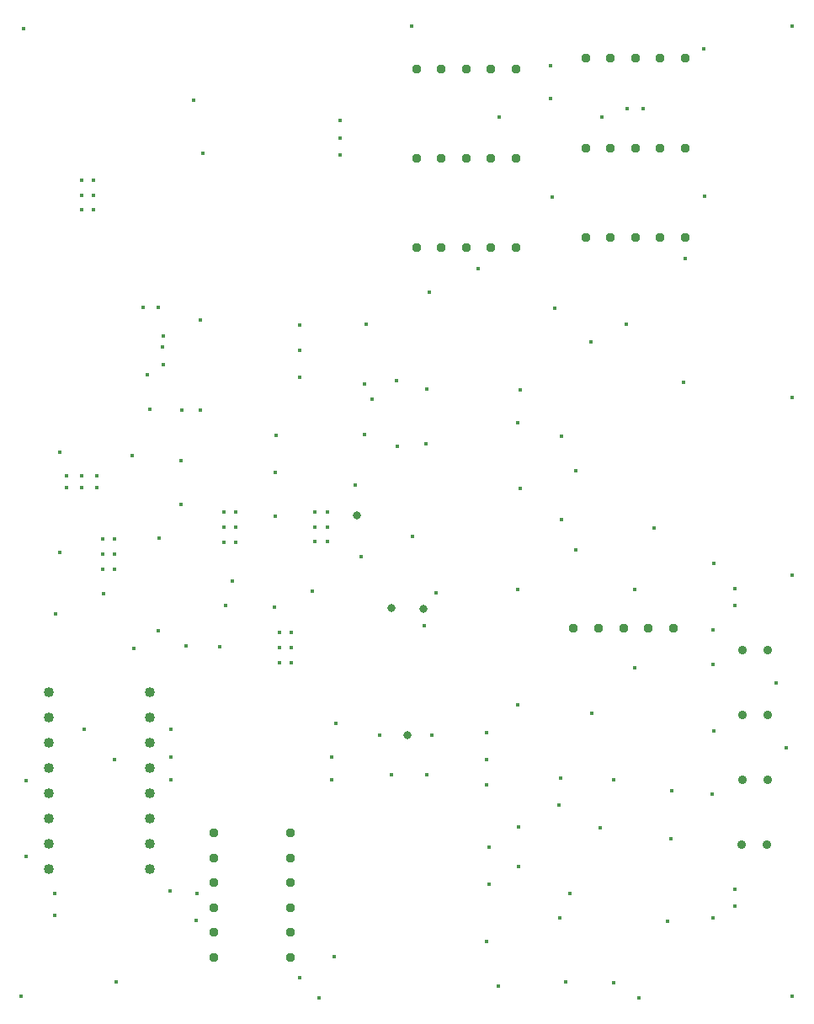
<source format=gbr>
%TF.GenerationSoftware,KiCad,Pcbnew,(6.0.8)*%
%TF.CreationDate,2023-12-15T22:11:49-05:00*%
%TF.ProjectId,main_pcb,6d61696e-5f70-4636-922e-6b696361645f,rev?*%
%TF.SameCoordinates,Original*%
%TF.FileFunction,Plated,1,2,PTH,Drill*%
%TF.FilePolarity,Positive*%
%FSLAX46Y46*%
G04 Gerber Fmt 4.6, Leading zero omitted, Abs format (unit mm)*
G04 Created by KiCad (PCBNEW (6.0.8)) date 2023-12-15 22:11:49*
%MOMM*%
%LPD*%
G01*
G04 APERTURE LIST*
%TA.AperFunction,ViaDrill*%
%ADD10C,0.400000*%
%TD*%
%TA.AperFunction,ViaDrill*%
%ADD11C,0.800000*%
%TD*%
%TA.AperFunction,ComponentDrill*%
%ADD12C,0.900000*%
%TD*%
%TA.AperFunction,ComponentDrill*%
%ADD13C,0.950000*%
%TD*%
%TA.AperFunction,ComponentDrill*%
%ADD14C,1.020000*%
%TD*%
G04 APERTURE END LIST*
D10*
X51250000Y-148750000D03*
X51500000Y-51500000D03*
X51700000Y-127100000D03*
X51700000Y-134700000D03*
X54600000Y-138400000D03*
X54600000Y-140600000D03*
X54700000Y-110300000D03*
X55100000Y-94100000D03*
X55100000Y-104100000D03*
X55800000Y-96400000D03*
X55800000Y-97600000D03*
X57300000Y-66700000D03*
X57300000Y-68200000D03*
X57300000Y-69700000D03*
X57300000Y-96400000D03*
X57300000Y-97600000D03*
X57600000Y-121900000D03*
X58500000Y-66700000D03*
X58500000Y-68200000D03*
X58500000Y-69700000D03*
X58800000Y-96400000D03*
X58800000Y-97600000D03*
X59400000Y-102800000D03*
X59400000Y-104300000D03*
X59400000Y-105800000D03*
X59500000Y-108300000D03*
X60600000Y-102800000D03*
X60600000Y-104300000D03*
X60600000Y-105800000D03*
X60600000Y-125000000D03*
X60800000Y-147300000D03*
X62400000Y-94400000D03*
X62600000Y-113800000D03*
X63500000Y-79500000D03*
X63892000Y-86262500D03*
X64150000Y-89750000D03*
X65000000Y-79500000D03*
X65000000Y-112000000D03*
X65100000Y-102700000D03*
X65400000Y-83500000D03*
X65500000Y-82381000D03*
X65543000Y-85243000D03*
X66200000Y-138150000D03*
X66250000Y-124750000D03*
X66250000Y-127000000D03*
X66300000Y-121900000D03*
X67300000Y-99300000D03*
X67310000Y-94869000D03*
X67375000Y-89850000D03*
X67818000Y-113538000D03*
X68600000Y-58700000D03*
X68850000Y-141100000D03*
X68950000Y-138400000D03*
X69212500Y-80800000D03*
X69212500Y-89841500D03*
X69500000Y-64000000D03*
X71200000Y-113600000D03*
X71600000Y-100100000D03*
X71600000Y-101600000D03*
X71600000Y-103100000D03*
X71750000Y-109500000D03*
X72500000Y-107000000D03*
X72800000Y-100100000D03*
X72800000Y-101600000D03*
X72800000Y-103100000D03*
X76700000Y-109600000D03*
X76800000Y-96100000D03*
X76800000Y-100500000D03*
X76900000Y-92400000D03*
X77200000Y-112200000D03*
X77200000Y-113700000D03*
X77200000Y-115200000D03*
X78400000Y-112200000D03*
X78400000Y-113700000D03*
X78400000Y-115200000D03*
X79200000Y-81250000D03*
X79200000Y-83800000D03*
X79200000Y-86500000D03*
X79200000Y-146900000D03*
X80500000Y-108000000D03*
X80800000Y-100070000D03*
X80800000Y-101570000D03*
X80800000Y-103070000D03*
X81200000Y-148900000D03*
X82000000Y-100070000D03*
X82000000Y-101570000D03*
X82000000Y-103070000D03*
X82500000Y-124750000D03*
X82500000Y-127000000D03*
X82700000Y-144800000D03*
X82900000Y-121300000D03*
X83300000Y-60700000D03*
X83300000Y-62500000D03*
X83300000Y-64200000D03*
X84800000Y-97400000D03*
X85400000Y-104600000D03*
X85750000Y-92250000D03*
X85800000Y-87200000D03*
X85900000Y-81200000D03*
X86492500Y-88700000D03*
X87300000Y-122500000D03*
X88500000Y-126500000D03*
X89000000Y-86900000D03*
X89100000Y-93500000D03*
X90500000Y-51250000D03*
X90600000Y-102500000D03*
X91750000Y-111500000D03*
X91900000Y-93200000D03*
X92000000Y-87700000D03*
X92000000Y-126500000D03*
X92300000Y-78000000D03*
X92500000Y-122500000D03*
X93000000Y-108200000D03*
X97200000Y-75600000D03*
X98000000Y-122250000D03*
X98000000Y-125000000D03*
X98000000Y-127500000D03*
X98000000Y-143250000D03*
X98250000Y-133750000D03*
X98250000Y-137500000D03*
X99250000Y-147750000D03*
X99350000Y-60400000D03*
X101200000Y-91100000D03*
X101200000Y-107900000D03*
X101200000Y-119500000D03*
X101250000Y-131750000D03*
X101250000Y-135750000D03*
X101400000Y-87800000D03*
X101400000Y-97700000D03*
X104500000Y-55200000D03*
X104500000Y-58500000D03*
X104600000Y-68400000D03*
X104900000Y-79600000D03*
X105283000Y-129540000D03*
X105400000Y-140900000D03*
X105500000Y-126800000D03*
X105537000Y-92456000D03*
X105537000Y-100838000D03*
X106000000Y-147300000D03*
X106426000Y-138430000D03*
X107000000Y-95900000D03*
X107000000Y-103900000D03*
X108500000Y-83000000D03*
X108600000Y-120300000D03*
X109474000Y-131826000D03*
X109650000Y-60400000D03*
X110800000Y-127000000D03*
X110800000Y-147400000D03*
X112100000Y-81200000D03*
X112200000Y-59500000D03*
X112900000Y-107900000D03*
X112900000Y-115700000D03*
X113400000Y-148900000D03*
X113800000Y-59500000D03*
X114900000Y-101700000D03*
X116250000Y-141250000D03*
X116600000Y-132900000D03*
X116700000Y-128100000D03*
X117850000Y-87000000D03*
X118000000Y-74550000D03*
X119900000Y-53500000D03*
X120000000Y-68300000D03*
X120700000Y-128400000D03*
X120800000Y-111900000D03*
X120800000Y-115400000D03*
X120800000Y-140900000D03*
X120900000Y-105200000D03*
X120900000Y-122100000D03*
X123000000Y-107800000D03*
X123000000Y-109500000D03*
X123000000Y-138000000D03*
X123000000Y-139700000D03*
X127127000Y-117221000D03*
X128200000Y-123800000D03*
X128750000Y-51250000D03*
X128750000Y-148750000D03*
X128800000Y-88600000D03*
X128800000Y-106400000D03*
D11*
X85000000Y-100406001D03*
X88500000Y-109750000D03*
X90100000Y-122550000D03*
X91700000Y-109800000D03*
D12*
%TO.C,D5*%
X123710000Y-133500000D03*
%TO.C,D8*%
X123735000Y-114000000D03*
%TO.C,D7*%
X123735000Y-120500000D03*
%TO.C,D6*%
X123735000Y-127000000D03*
%TO.C,D5*%
X126250000Y-133500000D03*
%TO.C,D8*%
X126275000Y-114000000D03*
%TO.C,D7*%
X126275000Y-120500000D03*
%TO.C,D6*%
X126275000Y-127000000D03*
D13*
%TO.C,J10*%
X70612000Y-132334000D03*
X70612000Y-134834000D03*
X70612000Y-137334000D03*
X70612000Y-139834000D03*
X70612000Y-142334000D03*
X70612000Y-144834000D03*
%TO.C,J8*%
X78299800Y-132332400D03*
X78299800Y-134832400D03*
X78299800Y-137332400D03*
X78299800Y-139832400D03*
X78299800Y-142332400D03*
X78299800Y-144832400D03*
%TO.C,J6*%
X91000000Y-55525000D03*
%TO.C,J5*%
X91000000Y-64525000D03*
%TO.C,J4*%
X91000000Y-73525000D03*
%TO.C,J6*%
X93500000Y-55525000D03*
%TO.C,J5*%
X93500000Y-64525000D03*
%TO.C,J4*%
X93500000Y-73525000D03*
%TO.C,J6*%
X96000000Y-55525000D03*
%TO.C,J5*%
X96000000Y-64525000D03*
%TO.C,J4*%
X96000000Y-73525000D03*
%TO.C,J6*%
X98500000Y-55525000D03*
%TO.C,J5*%
X98500000Y-64525000D03*
%TO.C,J4*%
X98500000Y-73525000D03*
%TO.C,J6*%
X101000000Y-55525000D03*
%TO.C,J5*%
X101000000Y-64525000D03*
%TO.C,J4*%
X101000000Y-73525000D03*
%TO.C,J7*%
X106800000Y-111760000D03*
%TO.C,J1*%
X108000000Y-54475000D03*
%TO.C,J2*%
X108000000Y-63475000D03*
%TO.C,J3*%
X108000000Y-72475000D03*
%TO.C,J7*%
X109300000Y-111760000D03*
%TO.C,J1*%
X110500000Y-54475000D03*
%TO.C,J2*%
X110500000Y-63475000D03*
%TO.C,J3*%
X110500000Y-72475000D03*
%TO.C,J7*%
X111800000Y-111760000D03*
%TO.C,J1*%
X113000000Y-54475000D03*
%TO.C,J2*%
X113000000Y-63475000D03*
%TO.C,J3*%
X113000000Y-72475000D03*
%TO.C,J7*%
X114300000Y-111760000D03*
%TO.C,J1*%
X115500000Y-54475000D03*
%TO.C,J2*%
X115500000Y-63475000D03*
%TO.C,J3*%
X115500000Y-72475000D03*
%TO.C,J7*%
X116800000Y-111760000D03*
%TO.C,J1*%
X118000000Y-54475000D03*
%TO.C,J2*%
X118000000Y-63475000D03*
%TO.C,J3*%
X118000000Y-72475000D03*
D14*
%TO.C,U3*%
X54009000Y-118157000D03*
X54009000Y-120697000D03*
X54009000Y-123237000D03*
X54009000Y-125777000D03*
X54009000Y-128317000D03*
X54009000Y-130857000D03*
X54009000Y-133397000D03*
X54009000Y-135937000D03*
X64169000Y-118157000D03*
X64169000Y-120697000D03*
X64169000Y-123237000D03*
X64169000Y-125777000D03*
X64169000Y-128317000D03*
X64169000Y-130857000D03*
X64169000Y-133397000D03*
X64169000Y-135937000D03*
M02*

</source>
